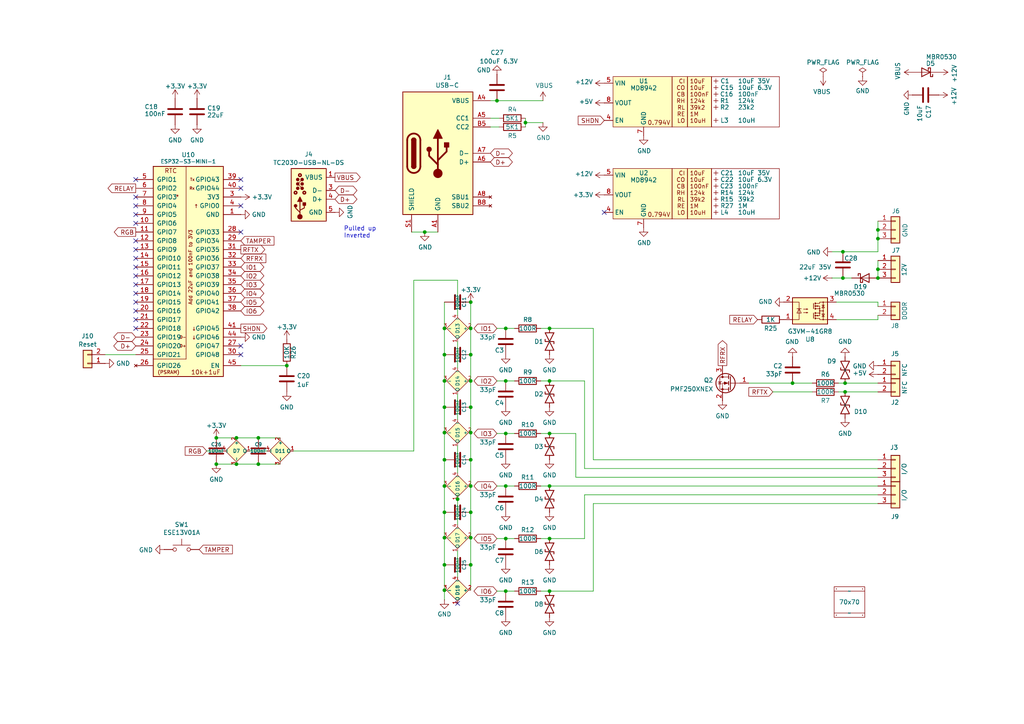
<source format=kicad_sch>
(kicad_sch (version 20250114) (generator "eeschema") (generator_version "9.0")
  (paper "A4")
  (title_block (title "Access control") (rev "3") (company "Adrian Kennard Andrews & Arnold Ltd") (comment 1 "toot.me.uk/@RevK") (comment 2 "www.me.uk"))
  (text "Pulled up\nInverted" (at 99.695 69.215 0) (effects (font (size 1.27 1.27)) (justify left bottom)))
  (junction (at 229.87 111.125))
  (junction (at 132.715 144.78))
  (junction (at 123.19 67.31))
  (junction (at 159.385 125.73))
  (junction (at 136.525 118.11))
  (junction (at 74.93 134.62))
  (junction (at 74.93 127))
  (junction (at 146.685 95.25))
  (junction (at 128.905 110.49))
  (junction (at 146.685 171.45))
  (junction (at 244.475 80.645))
  (junction (at 128.905 95.25))
  (junction (at 128.905 125.476))
  (junction (at 146.685 125.73))
  (junction (at 254.635 78.105))
  (junction (at 128.905 140.97))
  (junction (at 136.525 110.49))
  (junction (at 128.905 171.196))
  (junction (at 146.685 140.97))
  (junction (at 62.738 127))
  (junction (at 128.905 155.956))
  (junction (at 254.635 66.675))
  (junction (at 152.4 35.56))
  (junction (at 128.905 133.35))
  (junction (at 245.11 113.665))
  (junction (at 136.525 102.87))
  (junction (at 128.905 118.11))
  (junction (at 128.905 163.83))
  (junction (at 62.738 134.62))
  (junction (at 159.385 171.45))
  (junction (at 136.525 155.956))
  (junction (at 136.525 148.59))
  (junction (at 136.525 125.476))
  (junction (at 136.525 163.83))
  (junction (at 159.385 156.21))
  (junction (at 68.58 127))
  (junction (at 159.385 110.49))
  (junction (at 159.385 95.25))
  (junction (at 128.905 148.59))
  (junction (at 144.145 29.21))
  (junction (at 136.525 95.25))
  (junction (at 128.905 102.87))
  (junction (at 68.58 134.62))
  (junction (at 254.635 69.215))
  (junction (at 83.185 106.045))
  (junction (at 245.11 111.125))
  (junction (at 136.525 87.63))
  (junction (at 146.685 110.49))
  (junction (at 146.685 156.21))
  (junction (at 136.525 140.97))
  (junction (at 136.525 133.35))
  (junction (at 254.635 80.645))
  (junction (at 244.475 73.025))
  (junction (at 159.385 140.97))
  (no_connect (at 39.37 92.71))
  (no_connect (at 39.37 72.39))
  (no_connect (at 69.85 102.87))
  (no_connect (at 69.85 52.07))
  (no_connect (at 39.37 69.85))
  (no_connect (at 69.85 59.69))
  (no_connect (at 39.37 90.17))
  (no_connect (at 39.37 77.47))
  (no_connect (at 39.37 62.23))
  (no_connect (at 39.37 74.93))
  (no_connect (at 132.715 175.006))
  (no_connect (at 39.37 64.77))
  (no_connect (at 175.26 61.595))
  (no_connect (at 69.85 54.61))
  (no_connect (at 69.85 67.31))
  (no_connect (at 39.37 95.25))
  (no_connect (at 39.37 59.69))
  (no_connect (at 39.37 87.63))
  (no_connect (at 39.37 57.15))
  (no_connect (at 39.37 52.07))
  (no_connect (at 39.37 80.01))
  (no_connect (at 39.37 82.55))
  (no_connect (at 39.37 85.09))
  (no_connect (at 69.85 100.33))
  (wire (pts (xy 144.145 29.21) (xy 157.48 29.21)))
  (wire (pts (xy 254.635 92.71) (xy 242.57 92.71)))
  (wire (pts (xy 128.905 163.83) (xy 128.905 171.196)))
  (wire (pts (xy 74.93 134.62) (xy 81.28 134.62)))
  (wire (pts (xy 224.155 113.665) (xy 235.585 113.665)))
  (wire (pts (xy 132.715 144.78) (xy 132.715 152.146)))
  (wire (pts (xy 128.905 118.11) (xy 128.905 125.476)))
  (wire (pts (xy 128.905 171.196) (xy 128.905 173.99)))
  (wire (pts (xy 245.11 111.125) (xy 254.635 111.125)))
  (wire (pts (xy 172.085 133.35) (xy 254.635 133.35)))
  (wire (pts (xy 120.015 81.28) (xy 132.715 81.28)))
  (wire (pts (xy 136.525 155.956) (xy 136.525 163.83)))
  (wire (pts (xy 156.845 125.73) (xy 159.385 125.73)))
  (wire (pts (xy 169.545 110.49) (xy 169.545 135.89)))
  (wire (pts (xy 254.635 66.675) (xy 254.635 69.215)))
  (wire (pts (xy 72.39 130.81) (xy 77.47 130.81)))
  (wire (pts (xy 172.085 146.05) (xy 172.085 171.45)))
  (wire (pts (xy 244.475 73.025) (xy 254.635 73.025)))
  (wire (pts (xy 167.005 138.43) (xy 254.635 138.43)))
  (wire (pts (xy 132.715 143.51) (xy 132.715 144.78)))
  (wire (pts (xy 128.905 133.35) (xy 128.905 140.97)))
  (wire (pts (xy 136.525 118.11) (xy 136.525 125.476)))
  (wire (pts (xy 146.685 110.49) (xy 149.225 110.49)))
  (wire (pts (xy 144.145 156.21) (xy 146.685 156.21)))
  (wire (pts (xy 142.24 34.29) (xy 144.78 34.29)))
  (wire (pts (xy 144.145 29.21) (xy 142.24 29.21)))
  (wire (pts (xy 254.635 91.44) (xy 254.635 92.71)))
  (wire (pts (xy 136.525 140.97) (xy 136.525 148.59)))
  (wire (pts (xy 156.845 171.45) (xy 159.385 171.45)))
  (wire (pts (xy 146.685 95.25) (xy 149.225 95.25)))
  (wire (pts (xy 254.635 64.135) (xy 254.635 66.675)))
  (wire (pts (xy 241.3 73.025) (xy 244.475 73.025)))
  (wire (pts (xy 254.635 75.565) (xy 254.635 78.105)))
  (wire (pts (xy 244.475 80.645) (xy 241.3 80.645)))
  (wire (pts (xy 254.635 88.9) (xy 254.635 87.63)))
  (wire (pts (xy 144.145 125.73) (xy 146.685 125.73)))
  (wire (pts (xy 128.905 110.49) (xy 128.905 118.11)))
  (wire (pts (xy 30.48 102.87) (xy 39.37 102.87)))
  (wire (pts (xy 128.905 140.97) (xy 128.905 148.59)))
  (wire (pts (xy 159.385 95.25) (xy 172.085 95.25)))
  (wire (pts (xy 152.4 35.56) (xy 152.4 36.83)))
  (wire (pts (xy 69.85 106.045) (xy 83.185 106.045)))
  (wire (pts (xy 74.93 127) (xy 81.28 127)))
  (wire (pts (xy 172.085 171.45) (xy 159.385 171.45)))
  (wire (pts (xy 169.545 143.51) (xy 254.635 143.51)))
  (wire (pts (xy 144.145 140.97) (xy 146.685 140.97)))
  (wire (pts (xy 85.09 130.81) (xy 120.015 130.81)))
  (wire (pts (xy 136.525 133.35) (xy 136.525 140.97)))
  (wire (pts (xy 128.905 155.956) (xy 128.905 163.83)))
  (wire (pts (xy 144.145 171.45) (xy 146.685 171.45)))
  (wire (pts (xy 128.905 125.476) (xy 128.905 133.35)))
  (wire (pts (xy 136.525 87.63) (xy 136.525 95.25)))
  (wire (pts (xy 156.845 110.49) (xy 159.385 110.49)))
  (wire (pts (xy 132.715 99.06) (xy 132.715 106.68)))
  (wire (pts (xy 243.205 111.125) (xy 245.11 111.125)))
  (wire (pts (xy 146.685 171.45) (xy 149.225 171.45)))
  (wire (pts (xy 146.685 140.97) (xy 149.225 140.97)))
  (wire (pts (xy 62.738 134.62) (xy 68.58 134.62)))
  (wire (pts (xy 159.385 140.97) (xy 254.635 140.97)))
  (wire (pts (xy 146.685 156.21) (xy 149.225 156.21)))
  (wire (pts (xy 132.715 81.28) (xy 132.715 91.44)))
  (wire (pts (xy 128.905 148.59) (xy 128.905 155.956)))
  (wire (pts (xy 59.944 130.81) (xy 64.77 130.81)))
  (wire (pts (xy 136.525 110.49) (xy 136.525 118.11)))
  (wire (pts (xy 229.87 111.125) (xy 235.585 111.125)))
  (wire (pts (xy 120.015 81.28) (xy 120.015 130.81)))
  (wire (pts (xy 142.24 36.83) (xy 144.78 36.83)))
  (wire (pts (xy 132.715 129.286) (xy 132.715 137.16)))
  (wire (pts (xy 136.525 125.476) (xy 136.525 133.35)))
  (wire (pts (xy 254.635 73.025) (xy 254.635 69.215)))
  (wire (pts (xy 136.525 95.25) (xy 136.525 102.87)))
  (wire (pts (xy 144.145 95.25) (xy 146.685 95.25)))
  (wire (pts (xy 167.005 125.73) (xy 167.005 138.43)))
  (wire (pts (xy 132.715 159.766) (xy 132.715 167.386)))
  (wire (pts (xy 172.085 95.25) (xy 172.085 133.35)))
  (wire (pts (xy 157.48 35.56) (xy 152.4 35.56)))
  (wire (pts (xy 156.845 95.25) (xy 159.385 95.25)))
  (wire (pts (xy 242.57 87.63) (xy 254.635 87.63)))
  (wire (pts (xy 68.58 127) (xy 74.93 127)))
  (wire (pts (xy 128.905 102.87) (xy 128.905 110.49)))
  (wire (pts (xy 132.715 114.3) (xy 132.715 121.666)))
  (wire (pts (xy 169.545 135.89) (xy 254.635 135.89)))
  (wire (pts (xy 254.635 78.105) (xy 254.635 80.645)))
  (wire (pts (xy 243.205 113.665) (xy 245.11 113.665)))
  (wire (pts (xy 62.738 127) (xy 68.58 127)))
  (wire (pts (xy 136.525 102.87) (xy 136.525 110.49)))
  (wire (pts (xy 159.385 125.73) (xy 167.005 125.73)))
  (wire (pts (xy 217.17 111.125) (xy 229.87 111.125)))
  (wire (pts (xy 152.4 34.29) (xy 152.4 35.56)))
  (wire (pts (xy 156.845 140.97) (xy 159.385 140.97)))
  (wire (pts (xy 144.145 110.49) (xy 146.685 110.49)))
  (wire (pts (xy 68.58 134.62) (xy 74.93 134.62)))
  (wire (pts (xy 156.845 156.21) (xy 159.385 156.21)))
  (wire (pts (xy 128.905 87.63) (xy 128.905 95.25)))
  (wire (pts (xy 146.685 125.73) (xy 149.225 125.73)))
  (wire (pts (xy 159.385 156.21) (xy 169.545 156.21)))
  (wire (pts (xy 247.015 80.645) (xy 244.475 80.645)))
  (wire (pts (xy 172.085 146.05) (xy 254.635 146.05)))
  (wire (pts (xy 136.525 163.83) (xy 136.525 171.196)))
  (wire (pts (xy 123.19 67.31) (xy 127 67.31)))
  (wire (pts (xy 169.545 156.21) (xy 169.545 143.51)))
  (wire (pts (xy 119.38 67.31) (xy 123.19 67.31)))
  (wire (pts (xy 136.525 148.59) (xy 136.525 155.956)))
  (wire (pts (xy 128.905 95.25) (xy 128.905 102.87)))
  (wire (pts (xy 245.11 113.665) (xy 254.635 113.665)))
  (wire (pts (xy 159.385 110.49) (xy 169.545 110.49)))
  (global_label "IO3" (shape bidirectional) (at 144.145 125.73 180) (property "Intersheetrefs" "${INTERSHEET_REFS}" (effects (hide yes))))
  (global_label "IO4" (shape bidirectional) (at 144.145 140.97 180) (property "Intersheetrefs" "${INTERSHEET_REFS}" (effects (hide yes))))
  (global_label "RGB" (shape input) (at 59.944 130.81 180) (property "Intersheetrefs" "${INTERSHEET_REFS}" (effects (hide yes))))
  (global_label "IO4" (shape bidirectional) (at 69.85 85.09 0) (property "Intersheetrefs" "${INTERSHEET_REFS}" (effects (hide yes))))
  (global_label "IO5" (shape bidirectional) (at 144.145 156.21 180) (property "Intersheetrefs" "${INTERSHEET_REFS}" (effects (hide yes))))
  (global_label "D-" (shape bidirectional) (at 142.24 44.45 0) (property "Intersheetrefs" "${INTERSHEET_REFS}" (effects (hide yes))))
  (global_label "IO2" (shape bidirectional) (at 69.85 80.01 0) (property "Intersheetrefs" "${INTERSHEET_REFS}" (effects (hide yes))))
  (global_label "SHDN" (shape input) (at 175.26 34.925 180) (property "Intersheetrefs" "${INTERSHEET_REFS}" (effects (hide yes))))
  (global_label "D+" (shape bidirectional) (at 97.155 57.785 0) (property "Intersheetrefs" "${INTERSHEET_REFS}" (effects (hide yes))))
  (global_label "TAMPER" (shape input) (at 57.785 159.385 0) (property "Intersheetrefs" "${INTERSHEET_REFS}" (effects (hide yes))))
  (global_label "RFTX" (shape output) (at 69.85 72.39 0) (property "Intersheetrefs" "${INTERSHEET_REFS}" (effects (hide yes))))
  (global_label "D-" (shape bidirectional) (at 97.155 55.245 0) (property "Intersheetrefs" "${INTERSHEET_REFS}" (effects (hide yes))))
  (global_label "TAMPER" (shape input) (at 69.85 69.85 0) (property "Intersheetrefs" "${INTERSHEET_REFS}" (effects (hide yes))))
  (global_label "IO1" (shape bidirectional) (at 69.85 77.47 0) (property "Intersheetrefs" "${INTERSHEET_REFS}" (effects (hide yes))))
  (global_label "RELAY" (shape input) (at 219.71 92.71 180) (property "Intersheetrefs" "${INTERSHEET_REFS}" (effects (hide yes))))
  (global_label "IO6" (shape bidirectional) (at 69.85 90.17 0) (property "Intersheetrefs" "${INTERSHEET_REFS}" (effects (hide yes))))
  (global_label "RGB" (shape output) (at 39.37 67.31 180) (property "Intersheetrefs" "${INTERSHEET_REFS}" (effects (hide yes))))
  (global_label "D-" (shape bidirectional) (at 39.37 97.79 180) (property "Intersheetrefs" "${INTERSHEET_REFS}" (effects (hide yes))))
  (global_label "RFRX" (shape output) (at 209.55 106.045 90) (property "Intersheetrefs" "${INTERSHEET_REFS}" (effects (hide yes))))
  (global_label "D+" (shape bidirectional) (at 142.24 46.99 0) (property "Intersheetrefs" "${INTERSHEET_REFS}" (effects (hide yes))))
  (global_label "IO2" (shape bidirectional) (at 144.145 110.49 180) (property "Intersheetrefs" "${INTERSHEET_REFS}" (effects (hide yes))))
  (global_label "IO1" (shape bidirectional) (at 144.145 95.25 180) (property "Intersheetrefs" "${INTERSHEET_REFS}" (effects (hide yes))))
  (global_label "IO3" (shape bidirectional) (at 69.85 82.55 0) (property "Intersheetrefs" "${INTERSHEET_REFS}" (effects (hide yes))))
  (global_label "RELAY" (shape output) (at 39.37 54.61 180) (property "Intersheetrefs" "${INTERSHEET_REFS}" (effects (hide yes))))
  (global_label "D+" (shape bidirectional) (at 39.37 100.33 180) (property "Intersheetrefs" "${INTERSHEET_REFS}" (effects (hide yes))))
  (global_label "RFRX" (shape input) (at 69.85 74.93 0) (property "Intersheetrefs" "${INTERSHEET_REFS}" (effects (hide yes))))
  (global_label "IO6" (shape bidirectional) (at 144.145 171.45 180) (property "Intersheetrefs" "${INTERSHEET_REFS}" (effects (hide yes))))
  (global_label "SHDN" (shape output) (at 69.85 95.25 0) (property "Intersheetrefs" "${INTERSHEET_REFS}" (effects (hide yes))))
  (global_label "IO5" (shape bidirectional) (at 69.85 87.63 0) (property "Intersheetrefs" "${INTERSHEET_REFS}" (effects (hide yes))))
  (global_label "VBUS" (shape output) (at 97.155 51.435 0) (property "Intersheetrefs" "${INTERSHEET_REFS}" (effects (hide yes))))
  (global_label "RFTX" (shape input) (at 224.155 113.665 180) (property "Intersheetrefs" "${INTERSHEET_REFS}" (effects (hide yes))))
  (symbol (lib_id "RevK:USB-C-Socket-H") (at 127 44.45 0) (unit 1)
    (property "Reference" "J1" (at 129.7178 22.4282 0))
    (property "Value" "USB-C" (at 129.7178 24.7396 0))
    (property "Footprint" "RevK:USB-C-Socket-H" (effects (hide yes)))
    (property "Datasheet" "https://www.usb.org/sites/default/files/documents/usb_type-c.zip" (effects (hide yes)))
    (property "MPN" "C709357" (effects (hide yes)))
  )
  (symbol (lib_id "Device:R") (at 148.59 34.29 90) (unit 1)
    (property "Reference" "R4" (at 148.59 31.75 90))
    (property "Value" "5K1" (at 148.59 34.29 90))
    (property "Footprint" "RevK:R_0402" (effects (hide yes)))
  )
  (symbol (lib_id "power:GND") (at 123.19 67.31 0) (unit 1)
    (property "Reference" "#PWR032" (effects (hide yes)))
    (property "Value" "GND" (at 123.317 71.7042 0))
    (property "Description" "Power symbol creates a global label with name \"GND\" , ground" (effects (hide yes)))
  )
  (symbol (lib_id "Device:R") (at 148.59 36.83 270) (unit 1)
    (property "Reference" "R5" (at 148.59 39.37 90))
    (property "Value" "5K1" (at 148.59 36.83 90))
    (property "Footprint" "RevK:R_0402" (effects (hide yes)))
  )
  (symbol (lib_id "power:GND") (at 254.635 106.045 270) (unit 1)
    (property "Reference" "#PWR033" (effects (hide yes)))
    (property "Value" "GND" (at 251.3838 106.172 90) (effects (justify right)))
    (property "Description" "Power symbol creates a global label with name \"GND\" , ground" (effects (hide yes)))
  )
  (symbol (lib_id "power:GND") (at 241.3 73.025 270) (unit 1)
    (property "Reference" "#PWR045" (effects (hide yes)))
    (property "Value" "GND" (at 238.0488 73.152 90) (effects (justify right)))
    (property "Description" "Power symbol creates a global label with name \"GND\" , ground" (effects (hide yes)))
  )
  (symbol (lib_id "power:+5V") (at 254.635 108.585 90) (unit 1)
    (property "Reference" "#PWR034" (effects (hide yes)))
    (property "Value" "+5V" (at 251.3838 108.204 90) (effects (justify left)))
    (property "Description" "Power symbol creates a global label with name \"+5V\"" (effects (hide yes)))
  )
  (symbol (lib_id "power:+12V") (at 272.415 20.955 270) (unit 1)
    (property "Reference" "#PWR059" (effects (hide yes)))
    (property "Value" "+12V" (at 276.8092 21.336 0))
    (property "Description" "Power symbol creates a global label with name \"+12V\"" (effects (hide yes)))
  )
  (symbol (lib_id "power:VBUS") (at 264.795 20.955 90) (unit 1)
    (property "Reference" "#PWR058" (effects (hide yes)))
    (property "Value" "VBUS" (at 260.4008 20.574 0))
    (property "Description" "Power symbol creates a global label with name \"VBUS\"" (effects (hide yes)))
  )
  (symbol (lib_id "Switch:SW_Push") (at 52.705 159.385 0) (mirror y) (unit 1)
    (property "Reference" "SW1" (at 52.705 152.146 0))
    (property "Value" "ESE13V01A" (at 52.705 154.4574 0))
    (property "Footprint" "RevK:ESE13" (effects (hide yes)))
  )
  (symbol (lib_id "power:GND") (at 47.625 159.385 270) (unit 1)
    (property "Reference" "#PWR043" (effects (hide yes)))
    (property "Value" "GND" (at 44.3738 159.512 90) (effects (justify right)))
    (property "Description" "Power symbol creates a global label with name \"GND\" , ground" (effects (hide yes)))
  )
  (symbol (lib_id "Device:R") (at 239.395 113.665 270) (unit 1)
    (property "Reference" "R7" (at 239.395 116.205 90))
    (property "Value" "100R" (at 239.395 113.665 90))
    (property "Footprint" "RevK:R_0402" (effects (hide yes)))
  )
  (symbol (lib_id "Device:R") (at 239.395 111.125 270) (unit 1)
    (property "Reference" "R6" (at 239.395 108.585 90))
    (property "Value" "100R" (at 239.395 111.125 90))
    (property "Footprint" "RevK:R_0402" (effects (hide yes)))
  )
  (symbol (lib_id "Device:R") (at 153.035 95.25 270) (unit 1)
    (property "Reference" "R8" (at 153.035 92.71 90))
    (property "Value" "100R" (at 153.035 95.25 90))
    (property "Footprint" "RevK:R_0402" (effects (hide yes)))
  )
  (symbol (lib_id "Device:R") (at 153.035 110.49 270) (unit 1)
    (property "Reference" "R9" (at 153.035 107.95 90))
    (property "Value" "100R" (at 153.035 110.49 90))
    (property "Footprint" "RevK:R_0402" (effects (hide yes)))
  )
  (symbol (lib_id "Device:C") (at 146.685 99.06 0) (mirror x) (unit 1)
    (property "Reference" "C3" (at 143.51 101.6 0) (effects (justify left)))
    (property "Value" "33pF" (at 139.065 97.79 0) (effects (justify left)))
    (property "Footprint" "RevK:C_0402" (effects (hide yes)))
  )
  (symbol (lib_id "power:GND") (at 146.685 102.87 0) (unit 1)
    (property "Reference" "#PWR035" (effects (hide yes)))
    (property "Value" "GND" (at 146.685 107.315 0))
    (property "Description" "Power symbol creates a global label with name \"GND\" , ground" (effects (hide yes)))
  )
  (symbol (lib_id "Device:R") (at 153.035 125.73 270) (unit 1)
    (property "Reference" "R10" (at 153.035 123.19 90))
    (property "Value" "100R" (at 153.035 125.73 90))
    (property "Footprint" "RevK:R_0402" (effects (hide yes)))
  )
  (symbol (lib_id "Device:R") (at 153.035 140.97 270) (unit 1)
    (property "Reference" "R11" (at 153.035 138.43 90))
    (property "Value" "100R" (at 153.035 140.97 90))
    (property "Footprint" "RevK:R_0402" (effects (hide yes)))
  )
  (symbol (lib_id "Device:R") (at 153.035 156.21 270) (unit 1)
    (property "Reference" "R12" (at 153.035 153.67 90))
    (property "Value" "100R" (at 153.035 156.21 90))
    (property "Footprint" "RevK:R_0402" (effects (hide yes)))
  )
  (symbol (lib_id "Device:R") (at 153.035 171.45 270) (unit 1)
    (property "Reference" "R13" (at 153.035 168.91 90))
    (property "Value" "100R" (at 153.035 171.45 90))
    (property "Footprint" "RevK:R_0402" (effects (hide yes)))
  )
  (symbol (lib_id "Device:C") (at 229.87 107.315 0) (mirror y) (unit 1)
    (property "Reference" "C2" (at 226.949 106.1466 0) (effects (justify left)))
    (property "Value" "33pF" (at 226.949 108.458 0) (effects (justify left)))
    (property "Footprint" "RevK:C_0402" (effects (hide yes)))
  )
  (symbol (lib_id "power:GND") (at 229.87 103.505 180) (unit 1)
    (property "Reference" "#PWR013" (effects (hide yes)))
    (property "Value" "GND" (at 229.743 99.1108 0))
    (property "Description" "Power symbol creates a global label with name \"GND\" , ground" (effects (hide yes)))
  )
  (symbol (lib_id "power:VBUS") (at 157.48 29.21 0) (unit 1)
    (property "Reference" "#PWR030" (effects (hide yes)))
    (property "Value" "VBUS" (at 157.861 24.8158 0))
    (property "Description" "Power symbol creates a global label with name \"VBUS\"" (effects (hide yes)))
  )
  (symbol (lib_id "power:GND") (at 157.48 35.56 0) (unit 1)
    (property "Reference" "#PWR031" (effects (hide yes)))
    (property "Value" "GND" (at 157.607 39.9542 0))
    (property "Description" "Power symbol creates a global label with name \"GND\" , ground" (effects (hide yes)))
  )
  (symbol (lib_id "power:+12V") (at 241.3 80.645 90) (unit 1)
    (property "Reference" "#PWR0105" (effects (hide yes)))
    (property "Value" "+12V" (at 235.585 80.645 90))
    (property "Description" "Power symbol creates a global label with name \"+12V\"" (effects (hide yes)))
  )
  (symbol (lib_id "RevK:Hidden") (at 207.645 61.595 90) (unit 1)
    (property "Reference" "L4" (at 208.915 61.595 90) (effects (justify right)))
    (property "Value" "10uH" (at 213.995 61.595 90) (effects (justify right)))
    (property "Footprint" "RevK:L_4x4_" (effects (hide yes)))
    (property "MPN" "C167879" (effects (hide yes)))
  )
  (symbol (lib_id "Device:C") (at 132.715 87.63 270) (mirror x) (unit 1)
    (property "Reference" "C11" (at 134.62 87.63 0) (effects (font (size 1 1))))
    (property "Value" "100nF" (at 132.715 87.63 0) (effects (font (size 1 1))))
    (property "Footprint" "RevK:C_0402" (effects (hide yes)))
  )
  (symbol (lib_id "RevK:ES05D1MC10") (at 245.11 117.475 270) (unit 1)
    (property "Reference" "D10" (at 247.65 119.38 90) (effects (justify left)))
    (property "Value" "~" (at 245.11 117.475 0))
    (property "Footprint" "RevK:DFN1006-2L" (effects (hide yes)))
    (property "MPN" "C5137770" (effects (hide yes)))
  )
  (symbol (lib_id "power:GND") (at 245.11 103.505 180) (unit 1)
    (property "Reference" "#PWR027" (effects (hide yes)))
    (property "Value" "GND" (at 245.11 99.06 0))
    (property "Description" "Power symbol creates a global label with name \"GND\" , ground" (effects (hide yes)))
  )
  (symbol (lib_id "RevK:ES05D1MC10") (at 159.385 144.78 270) (unit 1)
    (property "Reference" "D4" (at 154.94 144.78 90) (effects (justify left)))
    (property "Value" "~" (at 159.385 144.78 0))
    (property "Footprint" "RevK:DFN1006-2L" (effects (hide yes)))
    (property "MPN" "C5137770" (effects (hide yes)))
  )
  (symbol (lib_id "power:+12V") (at 272.288 27.559 270) (unit 1)
    (property "Reference" "#PWR0106" (effects (hide yes)))
    (property "Value" "+12V" (at 276.6822 27.94 0))
    (property "Description" "Power symbol creates a global label with name \"+12V\"" (effects (hide yes)))
  )
  (symbol (lib_id "power:PWR_FLAG") (at 250.19 22.225 0) (unit 1)
    (property "Reference" "#FLG02" (effects (hide yes)))
    (property "Value" "PWR_FLAG" (at 250.19 18.0919 0))
    (property "Description" "Special symbol for telling ERC where power comes from" (effects (hide yes)))
  )
  (symbol (lib_id "RevK:Hidden") (at 207.645 50.165 0) (unit 1)
    (property "Reference" "C21" (at 208.915 50.165 0) (effects (justify left)))
    (property "Value" "10uF 35V" (at 213.995 50.165 0) (effects (justify left)))
    (property "Footprint" "RevK:C_0603_" (effects (hide yes)))
    (property "MPN" "C194427" (effects (hide yes)))
  )
  (symbol (lib_id "Device:C") (at 132.715 102.87 270) (mirror x) (unit 1)
    (property "Reference" "C12" (at 134.62 102.87 0) (effects (font (size 1 1))))
    (property "Value" "100nF" (at 132.715 102.87 0) (effects (font (size 1 1))))
    (property "Footprint" "RevK:C_0402" (effects (hide yes)))
  )
  (symbol (lib_id "power:PWR_FLAG") (at 238.76 22.225 0) (unit 1)
    (property "Reference" "#FLG01" (effects (hide yes)))
    (property "Value" "PWR_FLAG" (at 238.76 18.0919 0))
    (property "Description" "Special symbol for telling ERC where power comes from" (effects (hide yes)))
  )
  (symbol (lib_id "power:+12V") (at 175.26 24.13 90) (unit 1)
    (property "Reference" "#PWR06" (effects (hide yes)))
    (property "Value" "+12V" (at 172.0088 23.749 90) (effects (justify left)))
    (property "Description" "Power symbol creates a global label with name \"+12V\"" (effects (hide yes)))
  )
  (symbol (lib_id "RevK:ES05D1MC10") (at 159.385 114.3 270) (unit 1)
    (property "Reference" "D2" (at 154.94 114.3 90) (effects (justify left)))
    (property "Value" "~" (at 159.385 114.3 0))
    (property "Footprint" "RevK:DFN1006-2L" (effects (hide yes)))
    (property "MPN" "C5137770" (effects (hide yes)))
  )
  (symbol (lib_id "RevK:WS2812B-1mm") (at 132.715 110.49 90) (mirror x) (unit 1)
    (property "Reference" "D14" (at 132.715 110.49 0) (effects (font (size 1 1))))
    (property "Value" "XL-1010RGBC-WS2812B" (effects (hide yes)))
    (property "Footprint" "RevK:SMD1010" (effects (hide yes)))
    (property "Datasheet" "https://datasheet.lcsc.com/lcsc/2301111010_XINGLIGHT-XL-1010RGBC-WS2812B_C5349953.pdf" (effects (hide yes)))
    (property "Description" "RGB LED with integrated controller" (effects (hide yes)))
    (property "MPN" "C5349953" (effects (hide yes)))
  )
  (symbol (lib_id "Device:C") (at 244.475 76.835 0) (unit 1)
    (property "Reference" "C28" (at 244.856 74.93 0) (effects (justify left)))
    (property "Value" "22uF 35V" (at 231.775 77.47 0) (effects (justify left)))
    (property "Footprint" "RevK:C_1210" (effects (hide yes)))
  )
  (symbol (lib_id "Diode:1N5819") (at 250.825 80.645 0) (unit 1)
    (property "Reference" "D19" (at 249.555 83.185 0))
    (property "Value" "MBR0530" (at 246.38 85.09 0))
    (property "Footprint" "RevK:D_SOD-123" (effects (hide yes)))
    (property "MPN" "C5204746" (effects (hide yes)))
  )
  (symbol (lib_id "power:GND") (at 250.19 22.225 0) (unit 1)
    (property "Reference" "#PWR029" (effects (hide yes)))
    (property "Value" "GND" (at 250.19 26.3581 0))
    (property "Description" "Power symbol creates a global label with name \"GND\" , ground" (effects (hide yes)))
  )
  (symbol (lib_id "RevK:Hidden") (at 207.645 59.69 0) (unit 1)
    (property "Reference" "R27" (at 208.915 59.69 0) (effects (justify left)))
    (property "Value" "1M" (at 213.995 59.69 0) (effects (justify left)))
    (property "Footprint" "RevK:R_0402_" (effects (hide yes)))
  )
  (symbol (lib_id "RevK:TC2030-USB-NL") (at 89.535 56.515 0) (unit 1) (in_bom no)
    (property "Reference" "J4" (at 89.535 44.7505 0))
    (property "Value" "TC2030-USB-NL-DS" (at 89.535 47.1748 0))
    (property "Footprint" "RevK:Tag-Connect_TC2030-IDC-NL_2x03_P1.27mm_Vertical" (effects (hide yes)))
    (property "Description" "TC2030-USB-NL" (effects (hide yes)))
  )
  (symbol (lib_id "RevK:WS2812B-1mm") (at 68.58 130.81 0) (mirror x) (unit 1)
    (property "Reference" "D7" (at 68.58 130.81 0) (effects (font (size 1 1))))
    (property "Value" "XL-1010RGBC-WS2812B" (effects (hide yes)))
    (property "Footprint" "RevK:SMD1010" (effects (hide yes)))
    (property "Datasheet" "https://datasheet.lcsc.com/lcsc/2301111010_XINGLIGHT-XL-1010RGBC-WS2812B_C5349953.pdf" (effects (hide yes)))
    (property "Description" "RGB LED with integrated controller" (effects (hide yes)))
    (property "MPN" "C5349953" (effects (hide yes)))
  )
  (symbol (lib_id "power:GND") (at 146.685 148.59 0) (unit 1)
    (property "Reference" "#PWR019" (effects (hide yes)))
    (property "Value" "GND" (at 146.685 153.035 0))
    (property "Description" "Power symbol creates a global label with name \"GND\" , ground" (effects (hide yes)))
  )
  (symbol (lib_id "power:GND") (at 264.668 27.559 270) (unit 1)
    (property "Reference" "#PWR0107" (effects (hide yes)))
    (property "Value" "GND" (at 262.9642 29.464 0) (effects (justify left)))
    (property "Description" "Power symbol creates a global label with name \"GND\" , ground" (effects (hide yes)))
  )
  (symbol (lib_id "RevK:Hidden") (at 207.645 29.21 0) (unit 1)
    (property "Reference" "R1" (at 210.185 29.21 0))
    (property "Value" "124k" (at 213.995 29.21 0) (effects (justify left)))
    (property "Footprint" "RevK:R_0402_" (effects (hide yes)))
  )
  (symbol (lib_id "RevK:Hidden") (at 207.645 57.785 270) (unit 1)
    (property "Reference" "R15" (at 210.82 57.785 90))
    (property "Value" "39k2" (at 213.995 57.785 90) (effects (justify left)))
    (property "Footprint" "RevK:R_0402_" (effects (hide yes)))
  )
  (symbol (lib_id "Connector_Generic:Conn_01x03") (at 259.715 135.89 0) (unit 1)
    (property "Reference" "J3" (at 259.334 129.794 0))
    (property "Value" "I/O" (at 262.255 136.017 90))
    (property "Footprint" "RevK:WAGO-2060-453-998-404" (effects (hide yes)))
    (property "Description" "Generic connector, single row, 01x03, script generated (kicad-library-utils/schlib/autogen/connector/)" (effects (hide yes)))
    (property "MPN" "C2765056" (effects (hide yes)))
  )
  (symbol (lib_id "RevK:ESP32-S3-MINI-1-N4R2") (at 54.61 78.74 0) (unit 1)
    (property "Reference" "U10" (at 54.61 44.9032 0))
    (property "Value" "ESP32-S3-MINI-1" (at 54.61 46.8396 0) (effects (font (size 1.1 1.1))))
    (property "Footprint" "RevK:ESP32-S3-MINI-1" (effects (hide yes)))
    (property "Datasheet" "https://www.espressif.com/sites/default/files/documentation/esp32-s3-mini-1_mini-1u_datasheet_en.pdf" (effects (hide yes)))
    (property "MPN" "C3013941" (effects (hide yes)))
  )
  (symbol (lib_id "power:+3.3V") (at 62.738 127 0) (unit 1)
    (property "Reference" "#PWR011" (effects (hide yes)))
    (property "Value" "+3.3V" (at 62.738 123.4242 0))
    (property "Description" "Power symbol creates a global label with name \"+3.3V\"" (effects (hide yes)))
  )
  (symbol (lib_id "Connector_Generic:Conn_01x03") (at 259.715 78.105 0) (unit 1)
    (property "Reference" "J7" (at 259.842 72.644 0))
    (property "Value" "12V" (at 262.255 78.232 90))
    (property "Footprint" "RevK:WAGO-2060-453-998-404" (effects (hide yes)))
    (property "Description" "Generic connector, single row, 01x03, script generated (kicad-library-utils/schlib/autogen/connector/)" (effects (hide yes)))
    (property "MPN" "C2765056" (effects (hide yes)))
  )
  (symbol (lib_id "power:GND") (at 159.385 102.87 0) (unit 1)
    (property "Reference" "#PWR07" (effects (hide yes)))
    (property "Value" "GND" (at 159.385 107.315 0))
    (property "Description" "Power symbol creates a global label with name \"GND\" , ground" (effects (hide yes)))
  )
  (symbol (lib_id "power:+3.3V") (at 83.185 98.425 0) (unit 1)
    (property "Reference" "#PWR062" (effects (hide yes)))
    (property "Value" "+3.3V" (at 83.185 94.8492 0))
    (property "Description" "Power symbol creates a global label with name \"+3.3V\"" (effects (hide yes)))
  )
  (symbol (lib_id "power:VBUS") (at 238.76 22.225 180) (unit 1)
    (property "Reference" "#PWR028" (effects (hide yes)))
    (property "Value" "VBUS" (at 238.379 26.6192 0))
    (property "Description" "Power symbol creates a global label with name \"VBUS\"" (effects (hide yes)))
  )
  (symbol (lib_id "RevK:G3VM-41GR8") (at 234.95 90.17 0) (mirror x) (unit 1)
    (property "Reference" "U8" (at 234.95 98.425 0))
    (property "Value" "G3VM-41GR8" (at 234.95 96.1136 0))
    (property "Footprint" "RevK:SO-4_4.4x4.3mm_P2.54mm" (effects (hide yes)))
    (property "Datasheet" "https://toshiba.semicon-storage.com/info/docget.jsp?did=1284&prodName=TLP3542" (effects (hide yes)))
    (property "MPN" "C2691601" (effects (hide yes)))
  )
  (symbol (lib_id "power:GND") (at 57.15 36.195 0) (unit 1)
    (property "Reference" "#PWR046" (effects (hide yes)))
    (property "Value" "GND" (at 57.15 40.6384 0))
    (property "Description" "Power symbol creates a global label with name \"GND\" , ground" (effects (hide yes)))
  )
  (symbol (lib_id "Device:C") (at 132.715 163.83 270) (mirror x) (unit 1)
    (property "Reference" "C25" (at 134.62 163.83 0) (effects (font (size 1 1))))
    (property "Value" "100nF" (at 132.715 163.83 0) (effects (font (size 1 1))))
    (property "Footprint" "RevK:C_0402" (effects (hide yes)))
  )
  (symbol (lib_id "power:GND") (at 159.385 133.35 0) (unit 1)
    (property "Reference" "#PWR018" (effects (hide yes)))
    (property "Value" "GND" (at 159.385 137.795 0))
    (property "Description" "Power symbol creates a global label with name \"GND\" , ground" (effects (hide yes)))
  )
  (symbol (lib_id "power:+3.3V") (at 57.15 28.575 0) (unit 1)
    (property "Reference" "#PWR044" (effects (hide yes)))
    (property "Value" "+3.3V" (at 57.15 24.9992 0))
    (property "Description" "Power symbol creates a global label with name \"+3.3V\"" (effects (hide yes)))
  )
  (symbol (lib_id "RevK:VCUT") (at 246.38 177.8 0) (unit 1) (exclude_from_sim yes) (in_bom no)
    (property "Reference" "V2" (effects (hide yes)))
    (property "Value" "~" (at 246.38 177.8 0))
    (property "Footprint" "RevK:VCUT70" (effects (hide yes)))
  )
  (symbol (lib_id "Connector_Generic:Conn_01x02") (at 259.715 88.9 0) (unit 1)
    (property "Reference" "J8" (at 259.588 94.488 0))
    (property "Value" "DOOR" (at 262.382 90.17 90))
    (property "Footprint" "RevK:WAGO-2060-452-998-404" (effects (hide yes)))
    (property "Description" "Generic connector, single row, 01x02, script generated (kicad-library-utils/schlib/autogen/connector/)" (effects (hide yes)))
    (property "MPN" "C2765055" (effects (hide yes)))
  )
  (symbol (lib_id "RevK:Hidden") (at 207.645 27.305 90) (unit 1)
    (property "Reference" "C16" (at 212.725 27.305 90) (effects (justify left)))
    (property "Value" "100nF" (at 213.995 27.305 90) (effects (justify right)))
    (property "Footprint" "RevK:C_0603_" (effects (hide yes)))
  )
  (symbol (lib_name "MD89420-RegBlock_1") (lib_id "RevK:MD89420-RegBlock") (at 186.69 29.845 0) (unit 1)
    (property "Reference" "U1" (at 186.69 23.495 0))
    (property "Value" "MD8942" (at 186.69 25.543 0))
    (property "Footprint" "RevK:SOT-23-6-MD8942" (effects (hide yes)))
    (property "Datasheet" "https://datasheet.lcsc.com/lcsc/2101111937_Shanghai-Mingda-Microelectronics-MD8942_C2684786.pdf" (effects (hide yes)))
    (property "MPN" "C2684786" (effects (hide yes)))
  )
  (symbol (lib_id "power:GND") (at 50.8 36.195 0) (unit 1)
    (property "Reference" "#PWR022" (effects (hide yes)))
    (property "Value" "GND" (at 50.8 40.6384 0))
    (property "Description" "Power symbol creates a global label with name \"GND\" , ground" (effects (hide yes)))
  )
  (symbol (lib_id "RevK:WS2812B-1mm") (at 132.715 95.25 90) (mirror x) (unit 1)
    (property "Reference" "D13" (at 132.715 95.25 0) (effects (font (size 1 1))))
    (property "Value" "XL-1010RGBC-WS2812B" (effects (hide yes)))
    (property "Footprint" "RevK:SMD1010" (effects (hide yes)))
    (property "Datasheet" "https://datasheet.lcsc.com/lcsc/2301111010_XINGLIGHT-XL-1010RGBC-WS2812B_C5349953.pdf" (effects (hide yes)))
    (property "Description" "RGB LED with integrated controller" (effects (hide yes)))
    (property "MPN" "C5349953" (effects (hide yes)))
  )
  (symbol (lib_id "Device:R") (at 223.52 92.71 270) (mirror x) (unit 1)
    (property "Reference" "R25" (at 223.52 95.25 90))
    (property "Value" "1K" (at 223.52 92.71 90))
    (property "Footprint" "RevK:R_0402" (effects (hide yes)))
  )
  (symbol (lib_id "power:GND") (at 159.385 179.07 0) (unit 1)
    (property "Reference" "#PWR025" (effects (hide yes)))
    (property "Value" "GND" (at 159.385 183.515 0))
    (property "Description" "Power symbol creates a global label with name \"GND\" , ground" (effects (hide yes)))
  )
  (symbol (lib_id "power:GND") (at 30.48 105.41 90) (unit 1)
    (property "Reference" "#PWR09" (effects (hide yes)))
    (property "Value" "GND" (at 33.655 105.41 90) (effects (justify right)))
    (property "Description" "Power symbol creates a global label with name \"GND\" , ground" (effects (hide yes)))
  )
  (symbol (lib_id "power:+12V") (at 175.26 50.8 90) (unit 1)
    (property "Reference" "#PWR05" (effects (hide yes)))
    (property "Value" "+12V" (at 172.0088 50.419 90) (effects (justify left)))
    (property "Description" "Power symbol creates a global label with name \"+12V\"" (effects (hide yes)))
  )
  (symbol (lib_id "RevK:ES05D1MC10") (at 159.385 99.06 270) (unit 1)
    (property "Reference" "D1" (at 154.94 99.06 90) (effects (justify left)))
    (property "Value" "~" (at 159.385 99.06 0))
    (property "Footprint" "RevK:DFN1006-2L" (effects (hide yes)))
    (property "MPN" "C5137770" (effects (hide yes)))
  )
  (symbol (lib_id "Device:C") (at 74.93 130.81 0) (mirror y) (unit 1)
    (property "Reference" "C9" (at 74.93 128.905 0) (effects (font (size 1 1))))
    (property "Value" "100nF" (at 74.93 130.81 0) (effects (font (size 1 1))))
    (property "Footprint" "RevK:C_0402" (effects (hide yes)))
  )
  (symbol (lib_id "Device:C") (at 57.15 32.385 0) (unit 1)
    (property "Reference" "C19" (at 60.071 31.361 0) (effects (justify left)))
    (property "Value" "22uF" (at 60.071 33.409 0) (effects (justify left)))
    (property "Footprint" "RevK:C_0402" (effects (hide yes)))
  )
  (symbol (lib_id "power:GND") (at 146.685 118.11 0) (unit 1)
    (property "Reference" "#PWR015" (effects (hide yes)))
    (property "Value" "GND" (at 146.685 122.555 0))
    (property "Description" "Power symbol creates a global label with name \"GND\" , ground" (effects (hide yes)))
  )
  (symbol (lib_id "power:+3.3V") (at 136.525 87.63 0) (unit 1)
    (property "Reference" "#PWR036" (effects (hide yes)))
    (property "Value" "+3.3V" (at 136.525 84.0542 0))
    (property "Description" "Power symbol creates a global label with name \"+3.3V\"" (effects (hide yes)))
  )
  (symbol (lib_id "power:GND") (at 69.85 62.23 90) (unit 1)
    (property "Reference" "#PWR061" (effects (hide yes)))
    (property "Value" "GND" (at 73.025 62.23 90) (effects (justify right)))
    (property "Description" "Power symbol creates a global label with name \"GND\" , ground" (effects (hide yes)))
  )
  (symbol (lib_id "Device:C") (at 132.715 148.59 270) (mirror x) (unit 1)
    (property "Reference" "C24" (at 134.62 148.59 0) (effects (font (size 1 1))))
    (property "Value" "100nF" (at 132.715 148.59 0) (effects (font (size 1 1))))
    (property "Footprint" "RevK:C_0402" (effects (hide yes)))
  )
  (symbol (lib_id "Device:C") (at 146.685 160.02 0) (mirror x) (unit 1)
    (property "Reference" "C7" (at 143.51 162.56 0) (effects (justify left)))
    (property "Value" "33pF" (at 139.065 158.75 0) (effects (justify left)))
    (property "Footprint" "RevK:C_0402" (effects (hide yes)))
  )
  (symbol (lib_id "power:GND") (at 186.69 66.04 0) (unit 1)
    (property "Reference" "#PWR04" (effects (hide yes)))
    (property "Value" "GND" (at 186.817 70.4342 0))
    (property "Description" "Power symbol creates a global label with name \"GND\" , ground" (effects (hide yes)))
  )
  (symbol (lib_id "RevK:Hidden") (at 207.645 25.4 0) (unit 1)
    (property "Reference" "C15" (at 208.915 25.4 0) (effects (justify left)))
    (property "Value" "10uF 6.3V" (at 213.995 25.4 0) (effects (justify left)))
    (property "Footprint" "RevK:C_0603_" (effects (hide yes)))
    (property "MPN" "C1691" (effects (hide yes)))
  )
  (symbol (lib_id "RevK:ES05D1MC10") (at 159.385 129.54 270) (unit 1)
    (property "Reference" "D3" (at 154.94 129.54 90) (effects (justify left)))
    (property "Value" "~" (at 159.385 129.54 0))
    (property "Footprint" "RevK:DFN1006-2L" (effects (hide yes)))
    (property "MPN" "C5137770" (effects (hide yes)))
  )
  (symbol (lib_id "RevK:WS2812B-1mm") (at 132.715 155.956 90) (mirror x) (unit 1)
    (property "Reference" "D17" (at 132.715 155.956 0) (effects (font (size 1 1))))
    (property "Value" "XL-1010RGBC-WS2812B" (effects (hide yes)))
    (property "Footprint" "RevK:SMD1010" (effects (hide yes)))
    (property "Datasheet" "https://datasheet.lcsc.com/lcsc/2301111010_XINGLIGHT-XL-1010RGBC-WS2812B_C5349953.pdf" (effects (hide yes)))
    (property "Description" "RGB LED with integrated controller" (effects (hide yes)))
    (property "MPN" "C5349953" (effects (hide yes)))
  )
  (symbol (lib_id "RevK:WS2812B-1mm") (at 132.715 171.196 90) (mirror x) (unit 1)
    (property "Reference" "D18" (at 132.715 171.196 0) (effects (font (size 1 1))))
    (property "Value" "XL-1010RGBC-WS2812B" (effects (hide yes)))
    (property "Footprint" "RevK:SMD1010" (effects (hide yes)))
    (property "Datasheet" "https://datasheet.lcsc.com/lcsc/2301111010_XINGLIGHT-XL-1010RGBC-WS2812B_C5349953.pdf" (effects (hide yes)))
    (property "Description" "RGB LED with integrated controller" (effects (hide yes)))
    (property "MPN" "C5349953" (effects (hide yes)))
  )
  (symbol (lib_id "RevK:PCB") (at 246.38 174.625 0) (unit 1) (in_bom no)
    (property "Reference" "PCB1" (effects (hide yes)))
    (property "Value" "70x70" (at 246.38 174.625 0))
    (property "Footprint" "RevK:PCB7070" (effects (hide yes)))
  )
  (symbol (lib_id "power:GND") (at 97.155 61.595 90) (unit 1)
    (property "Reference" "#PWR08" (effects (hide yes)))
    (property "Value" "GND" (at 101.5492 61.468 0))
    (property "Description" "Power symbol creates a global label with name \"GND\" , ground" (effects (hide yes)))
  )
  (symbol (lib_id "Device:C") (at 146.685 175.26 0) (mirror x) (unit 1)
    (property "Reference" "C8" (at 143.51 177.8 0) (effects (justify left)))
    (property "Value" "33pF" (at 139.065 173.99 0) (effects (justify left)))
    (property "Footprint" "RevK:C_0402" (effects (hide yes)))
  )
  (symbol (lib_id "Connector_Generic:Conn_01x03") (at 259.715 66.675 0) (unit 1)
    (property "Reference" "J6" (at 259.842 61.214 0))
    (property "Value" "GND" (at 262.509 66.802 90))
    (property "Footprint" "RevK:WAGO-2060-453-998-404" (effects (hide yes)))
    (property "Description" "Generic connector, single row, 01x03, script generated (kicad-library-utils/schlib/autogen/connector/)" (effects (hide yes)))
    (property "MPN" "C2765056" (effects (hide yes)))
  )
  (symbol (lib_id "RevK:Hidden") (at 207.645 55.88 0) (unit 1)
    (property "Reference" "R14" (at 210.82 55.88 0))
    (property "Value" "124k" (at 213.995 55.88 0) (effects (justify left)))
    (property "Footprint" "RevK:R_0402_" (effects (hide yes)))
  )
  (symbol (lib_id "power:GND") (at 159.385 148.59 0) (unit 1)
    (property "Reference" "#PWR020" (effects (hide yes)))
    (property "Value" "GND" (at 159.385 153.035 0))
    (property "Description" "Power symbol creates a global label with name \"GND\" , ground" (effects (hide yes)))
  )
  (symbol (lib_id "power:+5V") (at 175.26 29.845 90) (unit 1)
    (property "Reference" "#PWR01" (effects (hide yes)))
    (property "Value" "+5V" (at 172.0088 29.464 90) (effects (justify left)))
    (property "Description" "Power symbol creates a global label with name \"+5V\"" (effects (hide yes)))
  )
  (symbol (lib_id "Connector_Generic:Conn_01x03") (at 259.715 143.51 0) (unit 1)
    (property "Reference" "J9" (at 259.588 149.86 0))
    (property "Value" "I/O" (at 262.255 143.637 90))
    (property "Footprint" "RevK:WAGO-2060-453-998-404" (effects (hide yes)))
    (property "Description" "Generic connector, single row, 01x03, script generated (kicad-library-utils/schlib/autogen/connector/)" (effects (hide yes)))
    (property "MPN" "C2765056" (effects (hide yes)))
  )
  (symbol (lib_id "RevK:ES05D1MC10") (at 245.11 107.315 90) (unit 1)
    (property "Reference" "D9" (at 242.57 104.775 90) (effects (justify left)))
    (property "Value" "~" (at 245.11 107.315 0))
    (property "Footprint" "RevK:DFN1006-2L" (effects (hide yes)))
    (property "MPN" "C5137770" (effects (hide yes)))
  )
  (symbol (lib_id "Device:C") (at 146.685 144.78 0) (mirror x) (unit 1)
    (property "Reference" "C6" (at 143.51 147.32 0) (effects (justify left)))
    (property "Value" "33pF" (at 139.065 143.51 0) (effects (justify left)))
    (property "Footprint" "RevK:C_0402" (effects (hide yes)))
  )
  (symbol (lib_id "RevK:ES05D1MC10") (at 159.385 175.26 270) (unit 1)
    (property "Reference" "D8" (at 154.94 175.26 90) (effects (justify left)))
    (property "Value" "~" (at 159.385 175.26 0))
    (property "Footprint" "RevK:DFN1006-2L" (effects (hide yes)))
    (property "MPN" "C5137770" (effects (hide yes)))
  )
  (symbol (lib_id "RevK:Hidden") (at 207.645 52.07 0) (unit 1)
    (property "Reference" "C22" (at 208.915 52.07 0) (effects (justify left)))
    (property "Value" "10uF 6.3V" (at 213.995 52.07 0) (effects (justify left)))
    (property "Footprint" "RevK:C_0603_" (effects (hide yes)))
    (property "MPN" "C1691" (effects (hide yes)))
  )
  (symbol (lib_id "power:GND") (at 159.385 163.83 0) (unit 1)
    (property "Reference" "#PWR023" (effects (hide yes)))
    (property "Value" "GND" (at 159.385 168.275 0))
    (property "Description" "Power symbol creates a global label with name \"GND\" , ground" (effects (hide yes)))
  )
  (symbol (lib_id "RevK:WS2812B-1mm") (at 132.715 140.97 90) (mirror x) (unit 1)
    (property "Reference" "D16" (at 132.715 140.97 0) (effects (font (size 1 1))))
    (property "Value" "XL-1010RGBC-WS2812B" (effects (hide yes)))
    (property "Footprint" "RevK:SMD1010" (effects (hide yes)))
    (property "Datasheet" "https://datasheet.lcsc.com/lcsc/2301111010_XINGLIGHT-XL-1010RGBC-WS2812B_C5349953.pdf" (effects (hide yes)))
    (property "Description" "RGB LED with integrated controller" (effects (hide yes)))
    (property "MPN" "C5349953" (effects (hide yes)))
  )
  (symbol (lib_id "RevK:WS2812B-1mm") (at 132.715 125.476 90) (mirror x) (unit 1)
    (property "Reference" "D15" (at 132.715 125.476 0) (effects (font (size 1 1))))
    (property "Value" "XL-1010RGBC-WS2812B" (effects (hide yes)))
    (property "Footprint" "RevK:SMD1010" (effects (hide yes)))
    (property "Datasheet" "https://datasheet.lcsc.com/lcsc/2301111010_XINGLIGHT-XL-1010RGBC-WS2812B_C5349953.pdf" (effects (hide yes)))
    (property "Description" "RGB LED with integrated controller" (effects (hide yes)))
    (property "MPN" "C5349953" (effects (hide yes)))
  )
  (symbol (lib_id "RevK:WS2812B-1mm") (at 81.28 130.81 0) (mirror x) (unit 1)
    (property "Reference" "D11" (at 81.28 130.81 0) (effects (font (size 1 1))))
    (property "Value" "XL-1010RGBC-WS2812B" (effects (hide yes)))
    (property "Footprint" "RevK:SMD1010" (effects (hide yes)))
    (property "Datasheet" "https://datasheet.lcsc.com/lcsc/2301111010_XINGLIGHT-XL-1010RGBC-WS2812B_C5349953.pdf" (effects (hide yes)))
    (property "Description" "RGB LED with integrated controller" (effects (hide yes)))
    (property "MPN" "C5349953" (effects (hide yes)))
  )
  (symbol (lib_id "Device:C") (at 83.185 109.855 0) (unit 1)
    (property "Reference" "C20" (at 86.106 109.0203 0) (effects (justify left)))
    (property "Value" "1uF" (at 86.106 111.5572 0) (effects (justify left)))
    (property "Footprint" "RevK:C_0402" (effects (hide yes)))
  )
  (symbol (lib_id "power:+3.3V") (at 175.26 56.515 90) (unit 1)
    (property "Reference" "#PWR03" (effects (hide yes)))
    (property "Value" "+3.3V" (at 172.085 56.515 90) (effects (justify left)))
    (property "Description" "Power symbol creates a global label with name \"+3.3V\"" (effects (hide yes)))
  )
  (symbol (lib_id "RevK:ES05D1MC10") (at 159.385 160.02 270) (unit 1)
    (property "Reference" "D6" (at 154.94 160.02 90) (effects (justify left)))
    (property "Value" "~" (at 159.385 160.02 0))
    (property "Footprint" "RevK:DFN1006-2L" (effects (hide yes)))
    (property "MPN" "C5137770" (effects (hide yes)))
  )
  (symbol (lib_id "Device:R") (at 83.185 102.235 0) (unit 1)
    (property "Reference" "R26" (at 85.09 102.235 90))
    (property "Value" "10K" (at 83.185 102.235 90))
    (property "Footprint" "RevK:R_0402" (effects (hide yes)))
  )
  (symbol (lib_id "Diode:1N5819") (at 268.605 20.955 180) (unit 1)
    (property "Reference" "D5" (at 269.875 18.415 0))
    (property "Value" "MBR0530" (at 273.05 16.51 0))
    (property "Footprint" "RevK:D_SOD-123" (effects (hide yes)))
    (property "MPN" "C5204746" (effects (hide yes)))
  )
  (symbol (lib_id "power:GND") (at 245.11 121.285 0) (unit 1)
    (property "Reference" "#PWR026" (effects (hide yes)))
    (property "Value" "GND" (at 245.11 125.73 0))
    (property "Description" "Power symbol creates a global label with name \"GND\" , ground" (effects (hide yes)))
  )
  (symbol (lib_id "power:GND") (at 69.85 97.79 90) (unit 1)
    (property "Reference" "#PWR010" (effects (hide yes)))
    (property "Value" "GND" (at 73.025 97.79 90) (effects (justify right)))
    (property "Description" "Power symbol creates a global label with name \"GND\" , ground" (effects (hide yes)))
  )
  (symbol (lib_id "RevK:Hidden") (at 207.645 23.495 0) (unit 1)
    (property "Reference" "C1" (at 208.915 23.495 0) (effects (justify left)))
    (property "Value" "10uF 35V" (at 213.995 23.495 0) (effects (justify left)))
    (property "Footprint" "RevK:C_0603_" (effects (hide yes)))
    (property "MPN" "C194427" (effects (hide yes)))
  )
  (symbol (lib_id "Device:C") (at 144.145 25.4 0) (unit 1)
    (property "Reference" "C27" (at 142.24 15.24 0) (effects (justify left)))
    (property "Value" "100uF 6.3V" (at 139.065 17.78 0) (effects (justify left)))
    (property "Footprint" "RevK:C_1206" (effects (hide yes)))
  )
  (symbol (lib_id "Device:C") (at 146.685 114.3 0) (mirror x) (unit 1)
    (property "Reference" "C4" (at 143.51 116.84 0) (effects (justify left)))
    (property "Value" "33pF" (at 139.065 113.03 0) (effects (justify left)))
    (property "Footprint" "RevK:C_0402" (effects (hide yes)))
  )
  (symbol (lib_id "power:GND") (at 62.738 134.62 0) (unit 1)
    (property "Reference" "#PWR012" (effects (hide yes)))
    (property "Value" "GND" (at 62.738 139.0634 0))
    (property "Description" "Power symbol creates a global label with name \"GND\" , ground" (effects (hide yes)))
  )
  (symbol (lib_id "power:GND") (at 209.55 116.205 0) (unit 1)
    (property "Reference" "#PWR0108" (effects (hide yes)))
    (property "Value" "GND" (at 209.55 120.6484 0))
    (property "Description" "Power symbol creates a global label with name \"GND\" , ground" (effects (hide yes)))
  )
  (symbol (lib_id "power:+3.3V") (at 50.8 28.575 0) (unit 1)
    (property "Reference" "#PWR014" (effects (hide yes)))
    (property "Value" "+3.3V" (at 50.8 24.9992 0))
    (property "Description" "Power symbol creates a global label with name \"+3.3V\"" (effects (hide yes)))
  )
  (symbol (lib_id "power:GND") (at 144.145 21.59 180) (unit 1)
    (property "Reference" "#PWR038" (effects (hide yes)))
    (property "Value" "GND" (at 140.335 20.32 0))
    (property "Description" "Power symbol creates a global label with name \"GND\" , ground" (effects (hide yes)))
  )
  (symbol (lib_id "RevK:Hidden") (at 207.645 31.115 270) (unit 1)
    (property "Reference" "R2" (at 210.185 31.115 90))
    (property "Value" "23k2" (at 213.995 31.115 90) (effects (justify left)))
    (property "Footprint" "RevK:R_0402_" (effects (hide yes)))
  )
  (symbol (lib_id "power:GND") (at 186.69 39.37 0) (unit 1)
    (property "Reference" "#PWR02" (effects (hide yes)))
    (property "Value" "GND" (at 186.817 43.7642 0))
    (property "Description" "Power symbol creates a global label with name \"GND\" , ground" (effects (hide yes)))
  )
  (symbol (lib_id "RevK:Hidden") (at 207.645 53.975 90) (unit 1)
    (property "Reference" "C23" (at 212.725 53.975 90) (effects (justify left)))
    (property "Value" "100nF" (at 213.995 53.975 90) (effects (justify right)))
    (property "Footprint" "RevK:C_0603_" (effects (hide yes)))
  )
  (symbol (lib_id "Device:C") (at 146.685 129.54 0) (mirror x) (unit 1)
    (property "Reference" "C5" (at 143.51 132.08 0) (effects (justify left)))
    (property "Value" "33pF" (at 139.065 128.27 0) (effects (justify left)))
    (property "Footprint" "RevK:C_0402" (effects (hide yes)))
  )
  (symbol (lib_id "Device:C") (at 268.478 27.559 270) (unit 1)
    (property "Reference" "C17" (at 269.3127 30.48 0) (effects (justify left)))
    (property "Value" "10uF" (at 266.7758 30.48 0) (effects (justify left)))
    (property "Footprint" "RevK:C_0402" (effects (hide yes)))
  )
  (symbol (lib_id "RevK:Hidden") (at 207.645 34.925 90) (unit 1)
    (property "Reference" "L3" (at 208.915 34.925 90) (effects (justify right)))
    (property "Value" "10uH" (at 213.995 34.925 90) (effects (justify right)))
    (property "Footprint" "RevK:L_4x4_" (effects (hide yes)))
    (property "MPN" "C167879" (effects (hide yes)))
  )
  (symbol (lib_id "RevK:NX7002AK") (at 212.09 111.125 0) (mirror y) (unit 1)
    (property "Reference" "Q2" (at 206.883 110.2903 0) (effects (justify left)))
    (property "Value" "PMF250XNEX" (at 206.883 112.8272 0) (effects (justify left)))
    (property "Footprint" "RevK:SOT-323_SC-70" (effects (hide yes)))
    (property "Part No" "PMF250XNEX" (effects (hide yes)))
    (property "MPN" "C504047" (effects (hide yes)))
  )
  (symbol (lib_id "power:GND") (at 146.685 163.83 0) (unit 1)
    (property "Reference" "#PWR021" (effects (hide yes)))
    (property "Value" "GND" (at 146.685 168.275 0))
    (property "Description" "Power symbol creates a global label with name \"GND\" , ground" (effects (hide yes)))
  )
  (symbol (lib_id "power:+3.3V") (at 69.85 57.15 270) (unit 1)
    (property "Reference" "#PWR060" (effects (hide yes)))
    (property "Value" "+3.3V" (at 73.025 57.15 90) (effects (justify left)))
    (property "Description" "Power symbol creates a global label with name \"+3.3V\"" (effects (hide yes)))
  )
  (symbol (lib_id "power:GND") (at 227.33 87.63 270) (mirror x) (unit 1)
    (property "Reference" "#PWR0111" (effects (hide yes)))
    (property "Value" "GND" (at 224.0788 87.503 90) (effects (justify right)))
    (property "Description" "Power symbol creates a global label with name \"GND\" , ground" (effects (hide yes)))
  )
  (symbol (lib_id "Connector_Generic:Conn_01x02") (at 259.715 106.045 0) (unit 1)
    (property "Reference" "J5" (at 259.588 102.616 0))
    (property "Value" "NFC" (at 262.382 107.315 90))
    (property "Footprint" "RevK:WAGO-2060-452-998-404" (effects (hide yes)))
    (property "Description" "Generic connector, single row, 01x02, script generated (kicad-library-utils/schlib/autogen/connector/)" (effects (hide yes)))
    (property "MPN" "C2765055" (effects (hide yes)))
  )
  (symbol (lib_id "RevK:MD89420-RegBlock") (at 186.69 56.515 0) (unit 1)
    (property "Reference" "U2" (at 186.69 50.165 0))
    (property "Value" "MD8942" (at 186.69 52.213 0))
    (property "Footprint" "RevK:SOT-23-6-MD8942" (effects (hide yes)))
    (property "Datasheet" "https://datasheet.lcsc.com/lcsc/2101111937_Shanghai-Mingda-Microelectronics-MD8942_C2684786.pdf" (effects (hide yes)))
    (property "MPN" "C2684786" (effects (hide yes)))
  )
  (symbol (lib_id "RevK:VCUT") (at 246.38 171.45 0) (unit 1) (exclude_from_sim yes) (in_bom no)
    (property "Reference" "V1" (effects (hide yes)))
    (property "Value" "~" (at 246.38 171.45 0))
    (property "Footprint" "RevK:VCUT70" (effects (hide yes)))
  )
  (symbol (lib_id "power:GND") (at 146.685 133.35 0) (unit 1)
    (property "Reference" "#PWR017" (effects (hide yes)))
    (property "Value" "GND" (at 146.685 137.795 0))
    (property "Description" "Power symbol creates a global label with name \"GND\" , ground" (effects (hide yes)))
  )
  (symbol (lib_id "power:GND") (at 146.685 179.07 0) (unit 1)
    (property "Reference" "#PWR024" (effects (hide yes)))
    (property "Value" "GND" (at 146.685 183.515 0))
    (property "Description" "Power symbol creates a global label with name \"GND\" , ground" (effects (hide yes)))
  )
  (symbol (lib_id "Connector_Generic:Conn_01x02") (at 25.4 105.41 180) (unit 1) (in_bom no)
    (property "Reference" "J10" (at 25.4 97.4555 0))
    (property "Value" "Reset" (at 25.4 99.8798 0))
    (property "Footprint" "RevK:AA-Pad" (effects (hide yes)))
    (property "Description" "Generic connector, single row, 01x02, script generated (kicad-library-utils/schlib/autogen/connector/)" (effects (hide yes)))
  )
  (symbol (lib_id "Device:C") (at 132.715 118.11 270) (mirror x) (unit 1)
    (property "Reference" "C13" (at 134.62 118.11 0) (effects (font (size 1 1))))
    (property "Value" "100nF" (at 132.715 118.11 0) (effects (font (size 1 1))))
    (property "Footprint" "RevK:C_0402" (effects (hide yes)))
  )
  (symbol (lib_id "power:GND") (at 83.185 113.665 0) (unit 1)
    (property "Reference" "#PWR063" (effects (hide yes)))
    (property "Value" "GND" (at 83.185 118.1084 0))
    (property "Description" "Power symbol creates a global label with name \"GND\" , ground" (effects (hide yes)))
  )
  (symbol (lib_id "Device:C") (at 132.715 133.35 270) (mirror x) (unit 1)
    (property "Reference" "C14" (at 134.62 133.35 0) (effects (font (size 1 1))))
    (property "Value" "100nF" (at 132.715 133.35 0) (effects (font (size 1 1))))
    (property "Footprint" "RevK:C_0402" (effects (hide yes)))
  )
  (symbol (lib_id "power:GND") (at 159.385 118.11 0) (unit 1)
    (property "Reference" "#PWR016" (effects (hide yes)))
    (property "Value" "GND" (at 159.385 122.555 0))
    (property "Description" "Power symbol creates a global label with name \"GND\" , ground" (effects (hide yes)))
  )
  (symbol (lib_id "Device:C") (at 62.738 130.81 0) (mirror y) (unit 1)
    (property "Reference" "C26" (at 62.738 128.905 0) (effects (font (size 1 1))))
    (property "Value" "100nF" (at 62.738 130.81 0) (effects (font (size 1 1))))
    (property "Footprint" "RevK:C_0402" (effects (hide yes)))
  )
  (symbol (lib_id "Connector_Generic:Conn_01x02") (at 259.715 111.125 0) (unit 1)
    (property "Reference" "J2" (at 259.588 116.713 0))
    (property "Value" "NFC" (at 262.382 112.395 90))
    (property "Footprint" "RevK:WAGO-2060-452-998-404" (effects (hide yes)))
    (property "Description" "Generic connector, single row, 01x02, script generated (kicad-library-utils/schlib/autogen/connector/)" (effects (hide yes)))
    (property "MPN" "C2765055" (effects (hide yes)))
  )
  (symbol (lib_id "power:GND") (at 128.905 173.99 0) (unit 1)
    (property "Reference" "#PWR037" (effects (hide yes)))
    (property "Value" "GND" (at 128.905 178.1231 0))
    (property "Description" "Power symbol creates a global label with name \"GND\" , ground" (effects (hide yes)))
  )
  (symbol (lib_id "Device:C") (at 50.8 32.385 0) (unit 1)
    (property "Reference" "C18" (at 41.91 30.972 0) (effects (justify left)))
    (property "Value" "100nF" (at 41.91 33.02 0) (effects (justify left)))
    (property "Footprint" "RevK:C_0402" (effects (hide yes)))
  )
)
</source>
